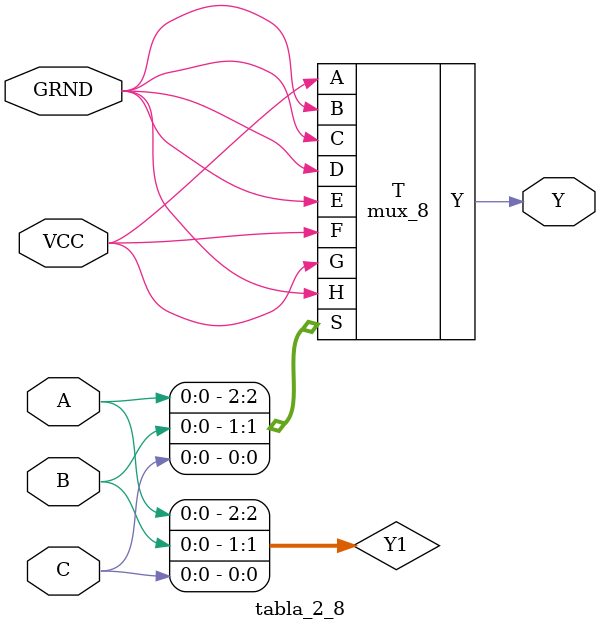
<source format=v>


module mux_2(input wire A, B, C, output wire Y);

  assign Y = A?C:B;

endmodule

// Mux 4:1
module mux_4(input wire A, B, C, D, 
			 input wire[1:0] S, 
			 output wire Y);

  wire Y1, Y2;
  
  mux_2	m1(S[0], A, B, Y1);
  mux_2 m2(S[0], C, D, Y2);
  mux_2 m3(S[1], Y1, Y2, Y);

endmodule

// Mux 8:1
module mux_8(input wire A, B, C, D, E, F, G, H, 
			 input wire[2:0] S, 
			 output wire Y);
  
  wire Y1, Y2;
  
  mux_4	m1(A, B, C, D, S[1:0], Y1);
  mux_4 m2(E, F, G, H, S[1:0], Y2);
  mux_2 m3(S[2], Y1, Y2, Y);

endmodule

// Tabla 1 usando mux_2
module tabla_1_2(input wire A, B, C, 
				 output wire Y);
  
  wire Y1, Y2;
  
  assign Y1 = (B ^ C); // Primera entrada del mux_2
  assign Y2 = ~(B ^ C);  // Segunda entrada del mux_2
  
  mux_2 T(A, Y1, Y2, Y);

endmodule

// Tabla 1 usando mux_4
module tabla_1_4(input wire A, B, C, 
				 output wire Y);
  
  wire Y1;
  wire [1:0] Y2;
  
  assign Y1 = ~C; 
  assign Y2[0] = B;
  assign Y2[1] = A;
  
  mux_4 T(C, Y1, Y1, C, Y2[1:0], Y);

endmodule

// Tabla 1 usando mux_8
module tabla_1_8(input wire GRND, VCC, A, B, C,
				 output wire Y);

   wire [2:0] Y1;
   
   assign Y1[0] = C;
   assign Y1[1] = B;
   assign Y1[2] = A;
   
   mux_8 T(GRND, VCC, VCC, GRND, VCC, GRND, GRND, VCC, Y1[2:0], Y);
		
endmodule

// Tabla 2 usando mux_2
module tabla_2_2(input wire A, B, C, 
				 output wire Y);
  
  wire Y1, Y2;
  
  assign Y1 = ~(B | C); // Primera entrada del mux_2
  assign Y2 = (B ^ C);  // Segunda entrada del mux_2
  
  mux_2 T(A, Y1, Y2, Y);

endmodule

// Tabla 2 usando mux_4
module tabla_2_4(input wire GRND, A, B, C, 
				 output wire Y);
  
  wire Y1;
  wire [1:0] Y2;
  
  assign Y1 = ~C; 
  assign Y2[0] = B;
  assign Y2[1] = A;
  
  mux_4 T(Y1, GRND, C, Y1, Y2[1:0], Y);

endmodule

// Tabla 2 usando mux_8
module tabla_2_8(input wire GRND, VCC, A, B, C,
				 output wire Y);

   wire [2:0] Y1;
   
   assign Y1[0] = C;
   assign Y1[1] = B;
   assign Y1[2] = A;
   
   mux_8 T(VCC, GRND, GRND, GRND, GRND, VCC, VCC, GRND, Y1[2:0], Y);
		
endmodule
				 

</source>
